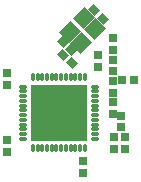
<source format=gts>
%FSLAX24Y24*%
%MOIN*%
G70*
G01*
G75*
G04 Layer_Color=8388736*
%ADD10R,0.0197X0.0256*%
%ADD11R,0.0197X0.0236*%
%ADD12R,0.0236X0.0197*%
%ADD13R,0.0400X0.0370*%
G04:AMPARAMS|DCode=14|XSize=47.2mil|YSize=43.3mil|CornerRadius=0mil|HoleSize=0mil|Usage=FLASHONLY|Rotation=225.000|XOffset=0mil|YOffset=0mil|HoleType=Round|Shape=Rectangle|*
%AMROTATEDRECTD14*
4,1,4,0.0014,0.0320,0.0320,0.0014,-0.0014,-0.0320,-0.0320,-0.0014,0.0014,0.0320,0.0*
%
%ADD14ROTATEDRECTD14*%

%ADD15O,0.0256X0.0079*%
%ADD16O,0.0079X0.0256*%
%ADD17R,0.1850X0.1850*%
%ADD18R,0.0217X0.0236*%
G04:AMPARAMS|DCode=19|XSize=19.7mil|YSize=23.6mil|CornerRadius=0mil|HoleSize=0mil|Usage=FLASHONLY|Rotation=225.000|XOffset=0mil|YOffset=0mil|HoleType=Round|Shape=Rectangle|*
%AMROTATEDRECTD19*
4,1,4,-0.0014,0.0153,0.0153,-0.0014,0.0014,-0.0153,-0.0153,0.0014,-0.0014,0.0153,0.0*
%
%ADD19ROTATEDRECTD19*%

%ADD20C,0.0080*%
%ADD21C,0.0370*%
%ADD22C,0.0090*%
%ADD23C,0.0060*%
%ADD24C,0.0240*%
%ADD25C,0.0260*%
%ADD26C,0.0098*%
%ADD27C,0.0079*%
%ADD28C,0.0050*%
%ADD29R,0.0257X0.0316*%
%ADD30R,0.0257X0.0296*%
%ADD31R,0.0296X0.0257*%
G04:AMPARAMS|DCode=32|XSize=53.2mil|YSize=49.3mil|CornerRadius=0mil|HoleSize=0mil|Usage=FLASHONLY|Rotation=225.000|XOffset=0mil|YOffset=0mil|HoleType=Round|Shape=Rectangle|*
%AMROTATEDRECTD32*
4,1,4,0.0014,0.0363,0.0363,0.0014,-0.0014,-0.0363,-0.0363,-0.0014,0.0014,0.0363,0.0*
%
%ADD32ROTATEDRECTD32*%

%ADD33O,0.0316X0.0139*%
%ADD34O,0.0139X0.0316*%
%ADD35R,0.1910X0.1910*%
%ADD36R,0.0277X0.0296*%
G04:AMPARAMS|DCode=37|XSize=25.7mil|YSize=29.6mil|CornerRadius=0mil|HoleSize=0mil|Usage=FLASHONLY|Rotation=225.000|XOffset=0mil|YOffset=0mil|HoleType=Round|Shape=Rectangle|*
%AMROTATEDRECTD37*
4,1,4,-0.0014,0.0196,0.0196,-0.0014,0.0014,-0.0196,-0.0196,0.0014,-0.0014,0.0196,0.0*
%
%ADD37ROTATEDRECTD37*%

D29*
X1790Y1767D02*
D03*
Y1393D02*
D03*
X2070Y-103D02*
D03*
Y-477D02*
D03*
X1790Y347D02*
D03*
Y-27D02*
D03*
D30*
Y2487D02*
D03*
Y2093D02*
D03*
Y1067D02*
D03*
Y673D02*
D03*
X2220Y-1197D02*
D03*
Y-803D02*
D03*
X1840D02*
D03*
Y-1197D02*
D03*
X-1720Y-923D02*
D03*
Y-1317D02*
D03*
X1290Y1523D02*
D03*
Y1917D02*
D03*
X-1720Y921D02*
D03*
Y1315D02*
D03*
D31*
X2497Y1090D02*
D03*
X2103D02*
D03*
D32*
X1221Y2782D02*
D03*
X832Y3171D02*
D03*
X748Y2308D02*
D03*
X358Y2698D02*
D03*
D33*
X-1191Y866D02*
D03*
Y709D02*
D03*
Y551D02*
D03*
Y394D02*
D03*
Y236D02*
D03*
Y79D02*
D03*
Y-79D02*
D03*
Y-236D02*
D03*
Y-394D02*
D03*
Y-551D02*
D03*
Y-709D02*
D03*
Y-866D02*
D03*
X1191D02*
D03*
Y-709D02*
D03*
Y-551D02*
D03*
Y-394D02*
D03*
Y-236D02*
D03*
Y-79D02*
D03*
Y79D02*
D03*
Y236D02*
D03*
Y394D02*
D03*
Y551D02*
D03*
Y709D02*
D03*
Y866D02*
D03*
D34*
X-866Y-1191D02*
D03*
X-709D02*
D03*
X-551D02*
D03*
X-394D02*
D03*
X-236D02*
D03*
X-79D02*
D03*
X79D02*
D03*
X236D02*
D03*
X394D02*
D03*
X551D02*
D03*
X709D02*
D03*
X866D02*
D03*
Y1191D02*
D03*
X709D02*
D03*
X551D02*
D03*
X394D02*
D03*
X236D02*
D03*
X79D02*
D03*
X-79D02*
D03*
X-236D02*
D03*
X-394D02*
D03*
X-551D02*
D03*
X-709D02*
D03*
X-866D02*
D03*
D35*
X-0Y0D02*
D03*
D36*
X810Y-1623D02*
D03*
Y-2017D02*
D03*
D37*
X429Y1661D02*
D03*
X151Y1939D02*
D03*
X409Y2081D02*
D03*
X131Y2359D02*
D03*
X1181Y3409D02*
D03*
X1459Y3131D02*
D03*
M02*

</source>
